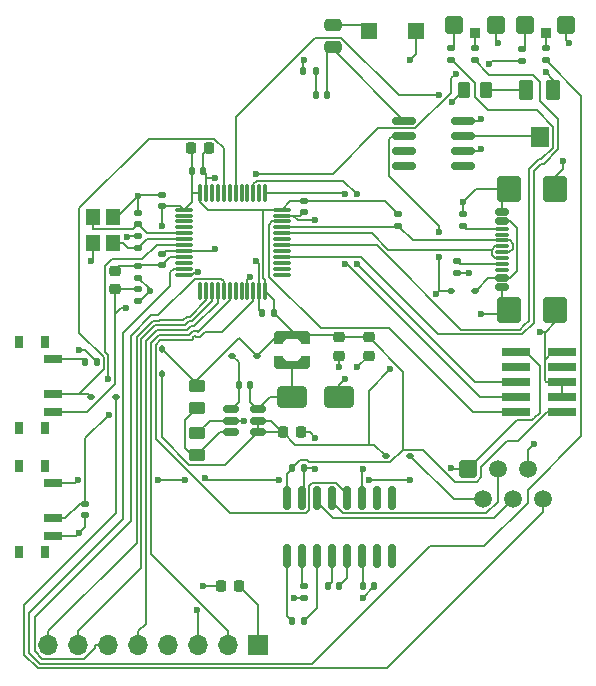
<source format=gbr>
%TF.GenerationSoftware,KiCad,Pcbnew,8.0.8*%
%TF.CreationDate,2025-04-04T12:34:17+02:00*%
%TF.ProjectId,reader_production,72656164-6572-45f7-9072-6f6475637469,rev?*%
%TF.SameCoordinates,Original*%
%TF.FileFunction,Copper,L1,Top*%
%TF.FilePolarity,Positive*%
%FSLAX46Y46*%
G04 Gerber Fmt 4.6, Leading zero omitted, Abs format (unit mm)*
G04 Created by KiCad (PCBNEW 8.0.8) date 2025-04-04 12:34:17*
%MOMM*%
%LPD*%
G01*
G04 APERTURE LIST*
G04 Aperture macros list*
%AMRoundRect*
0 Rectangle with rounded corners*
0 $1 Rounding radius*
0 $2 $3 $4 $5 $6 $7 $8 $9 X,Y pos of 4 corners*
0 Add a 4 corners polygon primitive as box body*
4,1,4,$2,$3,$4,$5,$6,$7,$8,$9,$2,$3,0*
0 Add four circle primitives for the rounded corners*
1,1,$1+$1,$2,$3*
1,1,$1+$1,$4,$5*
1,1,$1+$1,$6,$7*
1,1,$1+$1,$8,$9*
0 Add four rect primitives between the rounded corners*
20,1,$1+$1,$2,$3,$4,$5,0*
20,1,$1+$1,$4,$5,$6,$7,0*
20,1,$1+$1,$6,$7,$8,$9,0*
20,1,$1+$1,$8,$9,$2,$3,0*%
%AMFreePoly0*
4,1,11,0.760000,0.825000,0.380000,0.510000,0.380000,-0.510000,0.760000,-0.825000,0.760000,-1.525000,-0.125000,-1.525000,-0.380000,-1.270000,-0.380000,1.270000,-0.125000,1.525000,0.760000,1.525000,0.760000,0.825000,0.760000,0.825000,$1*%
G04 Aperture macros list end*
%TA.AperFunction,SMDPad,CuDef*%
%ADD10RoundRect,0.140000X-0.140000X-0.170000X0.140000X-0.170000X0.140000X0.170000X-0.140000X0.170000X0*%
%TD*%
%TA.AperFunction,SMDPad,CuDef*%
%ADD11RoundRect,0.250000X-0.500000X-0.500000X0.500000X-0.500000X0.500000X0.500000X-0.500000X0.500000X0*%
%TD*%
%TA.AperFunction,SMDPad,CuDef*%
%ADD12RoundRect,0.225000X-0.225000X-0.225000X0.225000X-0.225000X0.225000X0.225000X-0.225000X0.225000X0*%
%TD*%
%TA.AperFunction,SMDPad,CuDef*%
%ADD13RoundRect,0.225000X-0.225000X-0.250000X0.225000X-0.250000X0.225000X0.250000X-0.225000X0.250000X0*%
%TD*%
%TA.AperFunction,SMDPad,CuDef*%
%ADD14RoundRect,0.135000X0.185000X-0.135000X0.185000X0.135000X-0.185000X0.135000X-0.185000X-0.135000X0*%
%TD*%
%TA.AperFunction,SMDPad,CuDef*%
%ADD15RoundRect,0.250000X-0.450000X0.262500X-0.450000X-0.262500X0.450000X-0.262500X0.450000X0.262500X0*%
%TD*%
%TA.AperFunction,SMDPad,CuDef*%
%ADD16RoundRect,0.140000X0.170000X-0.140000X0.170000X0.140000X-0.170000X0.140000X-0.170000X-0.140000X0*%
%TD*%
%TA.AperFunction,SMDPad,CuDef*%
%ADD17RoundRect,0.112500X-0.187500X-0.112500X0.187500X-0.112500X0.187500X0.112500X-0.187500X0.112500X0*%
%TD*%
%TA.AperFunction,SMDPad,CuDef*%
%ADD18RoundRect,0.150000X0.425000X-0.150000X0.425000X0.150000X-0.425000X0.150000X-0.425000X-0.150000X0*%
%TD*%
%TA.AperFunction,SMDPad,CuDef*%
%ADD19RoundRect,0.075000X0.500000X-0.075000X0.500000X0.075000X-0.500000X0.075000X-0.500000X-0.075000X0*%
%TD*%
%TA.AperFunction,SMDPad,CuDef*%
%ADD20RoundRect,0.250000X0.750000X-0.840000X0.750000X0.840000X-0.750000X0.840000X-0.750000X-0.840000X0*%
%TD*%
%TA.AperFunction,SMDPad,CuDef*%
%ADD21RoundRect,0.250000X0.475000X-0.250000X0.475000X0.250000X-0.475000X0.250000X-0.475000X-0.250000X0*%
%TD*%
%TA.AperFunction,SMDPad,CuDef*%
%ADD22RoundRect,0.250000X-0.350000X-0.625000X0.350000X-0.625000X0.350000X0.625000X-0.350000X0.625000X0*%
%TD*%
%TA.AperFunction,SMDPad,CuDef*%
%ADD23RoundRect,0.250000X-0.550000X-0.625000X0.550000X-0.625000X0.550000X0.625000X-0.550000X0.625000X0*%
%TD*%
%TA.AperFunction,SMDPad,CuDef*%
%ADD24RoundRect,0.253000X-0.347000X-0.622000X0.347000X-0.622000X0.347000X0.622000X-0.347000X0.622000X0*%
%TD*%
%TA.AperFunction,SMDPad,CuDef*%
%ADD25RoundRect,0.250000X0.450000X-0.262500X0.450000X0.262500X-0.450000X0.262500X-0.450000X-0.262500X0*%
%TD*%
%TA.AperFunction,SMDPad,CuDef*%
%ADD26RoundRect,0.150000X0.825000X0.150000X-0.825000X0.150000X-0.825000X-0.150000X0.825000X-0.150000X0*%
%TD*%
%TA.AperFunction,SMDPad,CuDef*%
%ADD27RoundRect,0.225000X0.225000X0.250000X-0.225000X0.250000X-0.225000X-0.250000X0.225000X-0.250000X0*%
%TD*%
%TA.AperFunction,SMDPad,CuDef*%
%ADD28R,0.800000X1.000000*%
%TD*%
%TA.AperFunction,SMDPad,CuDef*%
%ADD29R,1.500000X0.700000*%
%TD*%
%TA.AperFunction,SMDPad,CuDef*%
%ADD30FreePoly0,90.000000*%
%TD*%
%TA.AperFunction,SMDPad,CuDef*%
%ADD31FreePoly0,270.000000*%
%TD*%
%TA.AperFunction,SMDPad,CuDef*%
%ADD32RoundRect,0.135000X-0.185000X0.135000X-0.185000X-0.135000X0.185000X-0.135000X0.185000X0.135000X0*%
%TD*%
%TA.AperFunction,SMDPad,CuDef*%
%ADD33R,2.400000X0.740000*%
%TD*%
%TA.AperFunction,SMDPad,CuDef*%
%ADD34RoundRect,0.140000X-0.170000X0.140000X-0.170000X-0.140000X0.170000X-0.140000X0.170000X0.140000X0*%
%TD*%
%TA.AperFunction,SMDPad,CuDef*%
%ADD35RoundRect,0.135000X0.135000X0.185000X-0.135000X0.185000X-0.135000X-0.185000X0.135000X-0.185000X0*%
%TD*%
%TA.AperFunction,ComponentPad*%
%ADD36R,1.350000X1.350000*%
%TD*%
%TA.AperFunction,SMDPad,CuDef*%
%ADD37RoundRect,0.250000X-0.262500X-0.450000X0.262500X-0.450000X0.262500X0.450000X-0.262500X0.450000X0*%
%TD*%
%TA.AperFunction,SMDPad,CuDef*%
%ADD38RoundRect,0.225000X-0.250000X0.225000X-0.250000X-0.225000X0.250000X-0.225000X0.250000X0.225000X0*%
%TD*%
%TA.AperFunction,SMDPad,CuDef*%
%ADD39RoundRect,0.140000X0.140000X0.170000X-0.140000X0.170000X-0.140000X-0.170000X0.140000X-0.170000X0*%
%TD*%
%TA.AperFunction,SMDPad,CuDef*%
%ADD40R,1.200000X1.400000*%
%TD*%
%TA.AperFunction,SMDPad,CuDef*%
%ADD41RoundRect,0.250000X-1.000000X-0.650000X1.000000X-0.650000X1.000000X0.650000X-1.000000X0.650000X0*%
%TD*%
%TA.AperFunction,ComponentPad*%
%ADD42R,1.700000X1.700000*%
%TD*%
%TA.AperFunction,ComponentPad*%
%ADD43O,1.700000X1.700000*%
%TD*%
%TA.AperFunction,SMDPad,CuDef*%
%ADD44RoundRect,0.112500X0.112500X-0.187500X0.112500X0.187500X-0.112500X0.187500X-0.112500X-0.187500X0*%
%TD*%
%TA.AperFunction,SMDPad,CuDef*%
%ADD45RoundRect,0.218750X-0.256250X0.218750X-0.256250X-0.218750X0.256250X-0.218750X0.256250X0.218750X0*%
%TD*%
%TA.AperFunction,SMDPad,CuDef*%
%ADD46RoundRect,0.150000X0.150000X-0.825000X0.150000X0.825000X-0.150000X0.825000X-0.150000X-0.825000X0*%
%TD*%
%TA.AperFunction,SMDPad,CuDef*%
%ADD47RoundRect,0.150000X-0.512500X-0.150000X0.512500X-0.150000X0.512500X0.150000X-0.512500X0.150000X0*%
%TD*%
%TA.AperFunction,SMDPad,CuDef*%
%ADD48RoundRect,0.075000X-0.662500X-0.075000X0.662500X-0.075000X0.662500X0.075000X-0.662500X0.075000X0*%
%TD*%
%TA.AperFunction,SMDPad,CuDef*%
%ADD49RoundRect,0.075000X-0.075000X-0.662500X0.075000X-0.662500X0.075000X0.662500X-0.075000X0.662500X0*%
%TD*%
%TA.AperFunction,ComponentPad*%
%ADD50RoundRect,0.250000X-0.510000X-0.510000X0.510000X-0.510000X0.510000X0.510000X-0.510000X0.510000X0*%
%TD*%
%TA.AperFunction,ComponentPad*%
%ADD51C,1.520000*%
%TD*%
%TA.AperFunction,ViaPad*%
%ADD52C,0.600000*%
%TD*%
%TA.AperFunction,Conductor*%
%ADD53C,0.200000*%
%TD*%
G04 APERTURE END LIST*
D10*
%TO.P,C19,1*%
%TO.N,+3.3V*%
X157040000Y-67000000D03*
%TO.P,C19,2*%
%TO.N,GND*%
X158000000Y-67000000D03*
%TD*%
D11*
%TO.P,D8,1,A1*%
%TO.N,Net-(D8-A1)*%
X176750000Y-29500000D03*
%TO.P,D8,2,K*%
%TO.N,GND*%
X180250000Y-29500000D03*
D12*
%TO.P,D8,3,A2*%
%TO.N,Net-(D8-A2)*%
X178500000Y-30150000D03*
%TD*%
D13*
%TO.P,C12,1*%
%TO.N,V+*%
X156225000Y-64000000D03*
%TO.P,C12,2*%
%TO.N,GND*%
X157775000Y-64000000D03*
%TD*%
D14*
%TO.P,R7,1*%
%TO.N,LED_G2*%
X178500000Y-32510000D03*
%TO.P,R7,2*%
%TO.N,Net-(D8-A2)*%
X178500000Y-31490000D03*
%TD*%
D15*
%TO.P,R8,1*%
%TO.N,+3.3V*%
X149000000Y-60087500D03*
%TO.P,R8,2*%
%TO.N,Net-(U3-Vfb)*%
X149000000Y-61912500D03*
%TD*%
D16*
%TO.P,C7,1*%
%TO.N,+3.3V*%
X146000000Y-44850000D03*
%TO.P,C7,2*%
%TO.N,GND*%
X146000000Y-43890000D03*
%TD*%
D17*
%TO.P,D5,1,K*%
%TO.N,V+*%
X164950000Y-66000000D03*
%TO.P,D5,2,A*%
%TO.N,Net-(D5-A)*%
X167050000Y-66000000D03*
%TD*%
D18*
%TO.P,J4,A1,GND*%
%TO.N,GND*%
X174820000Y-51700000D03*
%TO.P,J4,A4,VBUS*%
%TO.N,Net-(D4-A)*%
X174820000Y-50900000D03*
D19*
%TO.P,J4,A5,CC1*%
%TO.N,Net-(J4-CC1)*%
X174820000Y-49750000D03*
%TO.P,J4,A6,D+*%
%TO.N,USB_D+*%
X174820000Y-48750000D03*
%TO.P,J4,A7,D-*%
%TO.N,USB_D-*%
X174820000Y-48250000D03*
%TO.P,J4,A8*%
%TO.N,N/C*%
X174820000Y-47250000D03*
D18*
%TO.P,J4,A9,VBUS*%
%TO.N,Net-(D4-A)*%
X174820000Y-46100000D03*
%TO.P,J4,A12,GND*%
%TO.N,GND*%
X174820000Y-45300000D03*
%TO.P,J4,B1,GND*%
X174820000Y-45300000D03*
%TO.P,J4,B4,VBUS*%
%TO.N,Net-(D4-A)*%
X174820000Y-46100000D03*
D19*
%TO.P,J4,B5,CC2*%
%TO.N,Net-(J4-CC2)*%
X174820000Y-46750000D03*
%TO.P,J4,B6,D+*%
%TO.N,USB_D+*%
X174820000Y-47750000D03*
%TO.P,J4,B7,D-*%
%TO.N,USB_D-*%
X174820000Y-49250000D03*
%TO.P,J4,B8*%
%TO.N,N/C*%
X174820000Y-50250000D03*
D18*
%TO.P,J4,B9,VBUS*%
%TO.N,Net-(D4-A)*%
X174820000Y-50900000D03*
%TO.P,J4,B12,GND*%
%TO.N,GND*%
X174820000Y-51700000D03*
D20*
%TO.P,J4,S1,SHIELD*%
X175395000Y-53610000D03*
X179325000Y-53610000D03*
X175395000Y-43390000D03*
X179325000Y-43390000D03*
%TD*%
D21*
%TO.P,C9,1*%
%TO.N,Net-(C8-Pad1)*%
X160500000Y-31380000D03*
%TO.P,C9,2*%
%TO.N,Net-(J1-Pin_1)*%
X160500000Y-29480000D03*
%TD*%
D22*
%TO.P,R2,1,1*%
%TO.N,Net-(R1-Pad2)*%
X176850000Y-34975000D03*
D23*
%TO.P,R2,2,2*%
%TO.N,Net-(U1-+)*%
X178000000Y-39025000D03*
D24*
%TO.P,R2,3,3*%
%TO.N,GND*%
X179150000Y-34975000D03*
%TD*%
D17*
%TO.P,D4,1,K*%
%TO.N,V+*%
X170450000Y-52000000D03*
%TO.P,D4,2,A*%
%TO.N,Net-(D4-A)*%
X172550000Y-52000000D03*
%TD*%
D25*
%TO.P,R9,1*%
%TO.N,Net-(U3-Vfb)*%
X149000000Y-65912500D03*
%TO.P,R9,2*%
%TO.N,GND*%
X149000000Y-64087500D03*
%TD*%
D26*
%TO.P,U1,1,GAIN*%
%TO.N,unconnected-(U1-GAIN-Pad1)*%
X171475000Y-41405000D03*
%TO.P,U1,2,-*%
%TO.N,GND*%
X171475000Y-40135000D03*
%TO.P,U1,3,+*%
%TO.N,Net-(U1-+)*%
X171475000Y-38865000D03*
%TO.P,U1,4,GND*%
%TO.N,GND*%
X171475000Y-37595000D03*
%TO.P,U1,5*%
%TO.N,Net-(C8-Pad1)*%
X166525000Y-37595000D03*
%TO.P,U1,6,V+*%
%TO.N,V+*%
X166525000Y-38865000D03*
%TO.P,U1,7,BYPASS*%
%TO.N,unconnected-(U1-BYPASS-Pad7)*%
X166525000Y-40135000D03*
%TO.P,U1,8,GAIN*%
%TO.N,unconnected-(U1-GAIN-Pad8)*%
X166525000Y-41405000D03*
%TD*%
D27*
%TO.P,C23,1*%
%TO.N,Net-(J5-Pin_1)*%
X152550000Y-77000000D03*
%TO.P,C23,2*%
%TO.N,GND*%
X151000000Y-77000000D03*
%TD*%
D28*
%TO.P,Boot,*%
%TO.N,*%
X136110000Y-56350000D03*
X133900000Y-56350000D03*
X136110000Y-63650000D03*
X133900000Y-63650000D03*
D29*
%TO.P,Boot,1,A*%
%TO.N,Net-(SW2-A)*%
X136760000Y-57750000D03*
%TO.P,Boot,2,B*%
%TO.N,BOOT*%
X136760000Y-60750000D03*
%TO.P,Boot,3,C*%
%TO.N,+3.3V*%
X136760000Y-62250000D03*
%TD*%
D10*
%TO.P,C20,1*%
%TO.N,Net-(U4-C2+)*%
X160040000Y-77000000D03*
%TO.P,C20,2*%
%TO.N,Net-(U4-C2-)*%
X161000000Y-77000000D03*
%TD*%
D30*
%TO.P,L1,1,1*%
%TO.N,Net-(D2-K)*%
X157000000Y-58270000D03*
D31*
%TO.P,L1,2,2*%
%TO.N,+3.3V*%
X157000000Y-55730000D03*
%TD*%
D32*
%TO.P,R11,1*%
%TO.N,+3.3V*%
X166000000Y-45490000D03*
%TO.P,R11,2*%
%TO.N,USB_D+*%
X166000000Y-46510000D03*
%TD*%
D14*
%TO.P,R12,1*%
%TO.N,GND*%
X171000000Y-50510000D03*
%TO.P,R12,2*%
%TO.N,Net-(J4-CC1)*%
X171000000Y-49490000D03*
%TD*%
D33*
%TO.P,SWD,1,Pin_1*%
%TO.N,+3.3V*%
X179900000Y-62270000D03*
%TO.P,SWD,2,Pin_2*%
%TO.N,SWDIO*%
X176000000Y-62270000D03*
%TO.P,SWD,3,Pin_3*%
%TO.N,GND*%
X179900000Y-61000000D03*
%TO.P,SWD,4,Pin_4*%
%TO.N,SWCLK*%
X176000000Y-61000000D03*
%TO.P,SWD,5,Pin_5*%
%TO.N,GND*%
X179900000Y-59730000D03*
%TO.P,SWD,6,Pin_6*%
%TO.N,TRACESWO*%
X176000000Y-59730000D03*
%TO.P,SWD,7,Pin_7*%
%TO.N,unconnected-(J3-Pin_7-Pad7)*%
X179900000Y-58460000D03*
%TO.P,SWD,8,Pin_8*%
%TO.N,unconnected-(J3-Pin_8-Pad8)*%
X176000000Y-58460000D03*
%TO.P,SWD,9,Pin_9*%
%TO.N,GND*%
X179900000Y-57190000D03*
%TO.P,SWD,10,Pin_10*%
%TO.N,RST*%
X176000000Y-57190000D03*
%TD*%
D34*
%TO.P,C13,1*%
%TO.N,+3.3V*%
X144000000Y-51890000D03*
%TO.P,C13,2*%
%TO.N,GND*%
X144000000Y-52850000D03*
%TD*%
D35*
%TO.P,R10,1*%
%TO.N,GND*%
X140510000Y-58000000D03*
%TO.P,R10,2*%
%TO.N,Net-(SW2-A)*%
X139490000Y-58000000D03*
%TD*%
D36*
%TO.P,J2,1,Pin_1*%
%TO.N,GND*%
X167500000Y-30000000D03*
%TD*%
D16*
%TO.P,C10,1*%
%TO.N,+3.3VA*%
X146000000Y-49850000D03*
%TO.P,C10,2*%
%TO.N,GND*%
X146000000Y-48890000D03*
%TD*%
D14*
%TO.P,R5,1*%
%TO.N,LED_G1*%
X172500000Y-32500000D03*
%TO.P,R5,2*%
%TO.N,Net-(D7-A2)*%
X172500000Y-31480000D03*
%TD*%
D34*
%TO.P,C16,1*%
%TO.N,NRST*%
X139500000Y-70020000D03*
%TO.P,C16,2*%
%TO.N,GND*%
X139500000Y-70980000D03*
%TD*%
D37*
%TO.P,R1,1*%
%TO.N,AUDIO_OUT*%
X171587500Y-35000000D03*
%TO.P,R1,2*%
%TO.N,Net-(R1-Pad2)*%
X173412500Y-35000000D03*
%TD*%
D16*
%TO.P,C4,1*%
%TO.N,/HSE_OUT*%
X144000000Y-48370000D03*
%TO.P,C4,2*%
%TO.N,GND*%
X144000000Y-47410000D03*
%TD*%
D13*
%TO.P,C2,1*%
%TO.N,+3.3V*%
X148450000Y-39890000D03*
%TO.P,C2,2*%
%TO.N,GND*%
X150000000Y-39890000D03*
%TD*%
D38*
%TO.P,C15,1*%
%TO.N,+3.3V*%
X163510000Y-55950000D03*
%TO.P,C15,2*%
%TO.N,GND*%
X163510000Y-57500000D03*
%TD*%
D17*
%TO.P,D6,1,K*%
%TO.N,BOOT*%
X140000000Y-61000000D03*
%TO.P,D6,2,A*%
%TO.N,Net-(D6-A)*%
X142100000Y-61000000D03*
%TD*%
D10*
%TO.P,C6,1*%
%TO.N,+3.3V*%
X148520000Y-41890000D03*
%TO.P,C6,2*%
%TO.N,GND*%
X149480000Y-41890000D03*
%TD*%
D16*
%TO.P,C1,1*%
%TO.N,/HSE_IN*%
X144000000Y-46370000D03*
%TO.P,C1,2*%
%TO.N,GND*%
X144000000Y-45410000D03*
%TD*%
D14*
%TO.P,R6,1*%
%TO.N,LED_R2*%
X176500000Y-32520000D03*
%TO.P,R6,2*%
%TO.N,Net-(D8-A1)*%
X176500000Y-31500000D03*
%TD*%
D36*
%TO.P,J1,1,Pin_1*%
%TO.N,Net-(J1-Pin_1)*%
X163500000Y-30000000D03*
%TD*%
D39*
%TO.P,C3,1*%
%TO.N,+3.3V*%
X155480000Y-53890000D03*
%TO.P,C3,2*%
%TO.N,GND*%
X154520000Y-53890000D03*
%TD*%
D40*
%TO.P,Y1,1,1*%
%TO.N,/HSE_IN*%
X140150000Y-45790000D03*
%TO.P,Y1,2,2*%
%TO.N,GND*%
X140150000Y-47990000D03*
%TO.P,Y1,3,3*%
%TO.N,/HSE_OUT*%
X141850000Y-47990000D03*
%TO.P,Y1,4,4*%
%TO.N,GND*%
X141850000Y-45790000D03*
%TD*%
D10*
%TO.P,C18,1*%
%TO.N,Net-(U4-C1+)*%
X157040000Y-80000000D03*
%TO.P,C18,2*%
%TO.N,Net-(U4-C1-)*%
X158000000Y-80000000D03*
%TD*%
D32*
%TO.P,R13,1*%
%TO.N,GND*%
X171500000Y-45480000D03*
%TO.P,R13,2*%
%TO.N,Net-(J4-CC2)*%
X171500000Y-46500000D03*
%TD*%
D34*
%TO.P,C5,1*%
%TO.N,+3.3V*%
X158000000Y-44410000D03*
%TO.P,C5,2*%
%TO.N,GND*%
X158000000Y-45370000D03*
%TD*%
D17*
%TO.P,D3,1,K*%
%TO.N,Net-(D3-K)*%
X151950000Y-57500000D03*
%TO.P,D3,2,A*%
%TO.N,+3.3V*%
X154050000Y-57500000D03*
%TD*%
D34*
%TO.P,C11,1*%
%TO.N,+3.3VA*%
X144000000Y-49930000D03*
%TO.P,C11,2*%
%TO.N,GND*%
X144000000Y-50890000D03*
%TD*%
D41*
%TO.P,D2,1,K*%
%TO.N,Net-(D2-K)*%
X157000000Y-61000000D03*
%TO.P,D2,2,A*%
%TO.N,GND*%
X161000000Y-61000000D03*
%TD*%
D28*
%TO.P,Reset,*%
%TO.N,*%
X136110000Y-66850000D03*
X133900000Y-66850000D03*
X136110000Y-74150000D03*
X133900000Y-74150000D03*
D29*
%TO.P,Reset,1,A*%
%TO.N,RST*%
X136760000Y-68250000D03*
%TO.P,Reset,2,B*%
%TO.N,NRST*%
X136760000Y-71250000D03*
%TO.P,Reset,3,C*%
%TO.N,GND*%
X136760000Y-72750000D03*
%TD*%
D38*
%TO.P,C17,1*%
%TO.N,+3.3V*%
X161000000Y-55950000D03*
%TO.P,C17,2*%
%TO.N,GND*%
X161000000Y-57500000D03*
%TD*%
D10*
%TO.P,C14,1*%
%TO.N,Net-(D3-K)*%
X152520000Y-60000000D03*
%TO.P,C14,2*%
%TO.N,Net-(D2-K)*%
X153480000Y-60000000D03*
%TD*%
D42*
%TO.P,RC522,1,Pin_1*%
%TO.N,Net-(J5-Pin_1)*%
X154160000Y-82000000D03*
D43*
%TO.P,RC522,2,Pin_2*%
%TO.N,RFID_RST*%
X151620000Y-82000000D03*
%TO.P,RC522,3,Pin_3*%
%TO.N,GND*%
X149080000Y-82000000D03*
%TO.P,RC522,4,Pin_4*%
%TO.N,unconnected-(J5-Pin_4-Pad4)*%
X146540000Y-82000000D03*
%TO.P,RC522,5,Pin_5*%
%TO.N,SP1_MISO*%
X144000000Y-82000000D03*
%TO.P,RC522,6,Pin_6*%
%TO.N,SP1_MOSI*%
X141460000Y-82000000D03*
%TO.P,RC522,7,Pin_7*%
%TO.N,SP1_SCK*%
X138920000Y-82000000D03*
%TO.P,RC522,8,Pin_8*%
%TO.N,RFID_SDA*%
X136380000Y-82000000D03*
%TD*%
D44*
%TO.P,D1,1,K*%
%TO.N,V+*%
X146000000Y-59050000D03*
%TO.P,D1,2,A*%
%TO.N,+3.3V*%
X146000000Y-56950000D03*
%TD*%
D10*
%TO.P,C22,1*%
%TO.N,Net-(U4-VS-)*%
X163040000Y-77000000D03*
%TO.P,C22,2*%
%TO.N,GND*%
X164000000Y-77000000D03*
%TD*%
D45*
%TO.P,FB1,1*%
%TO.N,+3.3VA*%
X142000000Y-50315000D03*
%TO.P,FB1,2*%
%TO.N,+3.3V*%
X142000000Y-51890000D03*
%TD*%
D35*
%TO.P,R3,1*%
%TO.N,Net-(C8-Pad2)*%
X159010000Y-33430000D03*
%TO.P,R3,2*%
%TO.N,GND*%
X157990000Y-33430000D03*
%TD*%
D46*
%TO.P,U4,1,C1+*%
%TO.N,Net-(U4-C1+)*%
X156555000Y-74475000D03*
%TO.P,U4,2,VS+*%
%TO.N,Net-(U4-VS+)*%
X157825000Y-74475000D03*
%TO.P,U4,3,C1-*%
%TO.N,Net-(U4-C1-)*%
X159095000Y-74475000D03*
%TO.P,U4,4,C2+*%
%TO.N,Net-(U4-C2+)*%
X160365000Y-74475000D03*
%TO.P,U4,5,C2-*%
%TO.N,Net-(U4-C2-)*%
X161635000Y-74475000D03*
%TO.P,U4,6,VS-*%
%TO.N,Net-(U4-VS-)*%
X162905000Y-74475000D03*
%TO.P,U4,7,T2OUT*%
%TO.N,unconnected-(U4-T2OUT-Pad7)*%
X164175000Y-74475000D03*
%TO.P,U4,8,R2IN*%
%TO.N,unconnected-(U4-R2IN-Pad8)*%
X165445000Y-74475000D03*
%TO.P,U4,9,R2OUT*%
%TO.N,unconnected-(U4-R2OUT-Pad9)*%
X165445000Y-69525000D03*
%TO.P,U4,10,T2IN*%
%TO.N,unconnected-(U4-T2IN-Pad10)*%
X164175000Y-69525000D03*
%TO.P,U4,11,T1IN*%
%TO.N,USART3_TX*%
X162905000Y-69525000D03*
%TO.P,U4,12,R1OUT*%
%TO.N,USART3_RX*%
X161635000Y-69525000D03*
%TO.P,U4,13,R1IN*%
%TO.N,Net-(U4-R1IN)*%
X160365000Y-69525000D03*
%TO.P,U4,14,T1OUT*%
%TO.N,Net-(U4-T1OUT)*%
X159095000Y-69525000D03*
%TO.P,U4,15,GND*%
%TO.N,GND*%
X157825000Y-69525000D03*
%TO.P,U4,16,VCC*%
%TO.N,+3.3V*%
X156555000Y-69525000D03*
%TD*%
D47*
%TO.P,U3,1,BOOST*%
%TO.N,Net-(D3-K)*%
X151862500Y-62050000D03*
%TO.P,U3,2,GND*%
%TO.N,GND*%
X151862500Y-63000000D03*
%TO.P,U3,3,Vfb*%
%TO.N,Net-(U3-Vfb)*%
X151862500Y-63950000D03*
%TO.P,U3,4,EN*%
%TO.N,V+*%
X154137500Y-63950000D03*
%TO.P,U3,5,V_{IN}*%
X154137500Y-63000000D03*
%TO.P,U3,6,SW*%
%TO.N,Net-(D2-K)*%
X154137500Y-62050000D03*
%TD*%
D48*
%TO.P,U2,1,VBAT*%
%TO.N,+3.3V*%
X147837500Y-45140000D03*
%TO.P,U2,2,PC13*%
%TO.N,unconnected-(U2-PC13-Pad2)*%
X147837500Y-45640000D03*
%TO.P,U2,3,PC14*%
%TO.N,unconnected-(U2-PC14-Pad3)*%
X147837500Y-46140000D03*
%TO.P,U2,4,PC15*%
%TO.N,unconnected-(U2-PC15-Pad4)*%
X147837500Y-46640000D03*
%TO.P,U2,5,PD0*%
%TO.N,/HSE_IN*%
X147837500Y-47140000D03*
%TO.P,U2,6,PD1*%
%TO.N,/HSE_OUT*%
X147837500Y-47640000D03*
%TO.P,U2,7,NRST*%
%TO.N,NRST*%
X147837500Y-48140000D03*
%TO.P,U2,8,VSSA*%
%TO.N,GND*%
X147837500Y-48640000D03*
%TO.P,U2,9,VDDA*%
%TO.N,+3.3VA*%
X147837500Y-49140000D03*
%TO.P,U2,10,PA0*%
%TO.N,unconnected-(U2-PA0-Pad10)*%
X147837500Y-49640000D03*
%TO.P,U2,11,PA1*%
%TO.N,LED_G2*%
X147837500Y-50140000D03*
%TO.P,U2,12,PA2*%
%TO.N,LED_R2*%
X147837500Y-50640000D03*
D49*
%TO.P,U2,13,PA3*%
%TO.N,unconnected-(U2-PA3-Pad13)*%
X149250000Y-52052500D03*
%TO.P,U2,14,PA4*%
%TO.N,RFID_SDA*%
X149750000Y-52052500D03*
%TO.P,U2,15,PA5*%
%TO.N,SP1_SCK*%
X150250000Y-52052500D03*
%TO.P,U2,16,PA6*%
%TO.N,SP1_MISO*%
X150750000Y-52052500D03*
%TO.P,U2,17,PA7*%
%TO.N,SP1_MOSI*%
X151250000Y-52052500D03*
%TO.P,U2,18,PB0*%
%TO.N,RFID_RST*%
X151750000Y-52052500D03*
%TO.P,U2,19,PB1*%
%TO.N,unconnected-(U2-PB1-Pad19)*%
X152250000Y-52052500D03*
%TO.P,U2,20,PB2*%
%TO.N,unconnected-(U2-PB2-Pad20)*%
X152750000Y-52052500D03*
%TO.P,U2,21,PB10*%
%TO.N,USART3_TX*%
X153250000Y-52052500D03*
%TO.P,U2,22,PB11*%
%TO.N,USART3_RX*%
X153750000Y-52052500D03*
%TO.P,U2,23,VSS*%
%TO.N,GND*%
X154250000Y-52052500D03*
%TO.P,U2,24,VDD*%
%TO.N,+3.3V*%
X154750000Y-52052500D03*
D48*
%TO.P,U2,25,PB12*%
%TO.N,unconnected-(U2-PB12-Pad25)*%
X156162500Y-50640000D03*
%TO.P,U2,26,PB13*%
%TO.N,unconnected-(U2-PB13-Pad26)*%
X156162500Y-50140000D03*
%TO.P,U2,27,PB14*%
%TO.N,unconnected-(U2-PB14-Pad27)*%
X156162500Y-49640000D03*
%TO.P,U2,28,PB15*%
%TO.N,LED_G1*%
X156162500Y-49140000D03*
%TO.P,U2,29,PA8*%
%TO.N,unconnected-(U2-PA8-Pad29)*%
X156162500Y-48640000D03*
%TO.P,U2,30,PA9*%
%TO.N,LED_R1*%
X156162500Y-48140000D03*
%TO.P,U2,31,PA10*%
%TO.N,unconnected-(U2-PA10-Pad31)*%
X156162500Y-47640000D03*
%TO.P,U2,32,PA11*%
%TO.N,USB_D-*%
X156162500Y-47140000D03*
%TO.P,U2,33,PA12*%
%TO.N,USB_D+*%
X156162500Y-46640000D03*
%TO.P,U2,34,PA13*%
%TO.N,SWDIO*%
X156162500Y-46140000D03*
%TO.P,U2,35,VSS*%
%TO.N,GND*%
X156162500Y-45640000D03*
%TO.P,U2,36,VDD*%
%TO.N,+3.3V*%
X156162500Y-45140000D03*
D49*
%TO.P,U2,37,PA14*%
%TO.N,SWCLK*%
X154750000Y-43727500D03*
%TO.P,U2,38,PA15*%
%TO.N,unconnected-(U2-PA15-Pad38)*%
X154250000Y-43727500D03*
%TO.P,U2,39,PB3*%
%TO.N,TRACESWO*%
X153750000Y-43727500D03*
%TO.P,U2,40,PB4*%
%TO.N,unconnected-(U2-PB4-Pad40)*%
X153250000Y-43727500D03*
%TO.P,U2,41,PB5*%
%TO.N,unconnected-(U2-PB5-Pad41)*%
X152750000Y-43727500D03*
%TO.P,U2,42,PB6*%
%TO.N,AUDIO_OUT*%
X152250000Y-43727500D03*
%TO.P,U2,43,PB7*%
%TO.N,unconnected-(U2-PB7-Pad43)*%
X151750000Y-43727500D03*
%TO.P,U2,44,BOOT0*%
%TO.N,BOOT*%
X151250000Y-43727500D03*
%TO.P,U2,45,PB8*%
%TO.N,unconnected-(U2-PB8-Pad45)*%
X150750000Y-43727500D03*
%TO.P,U2,46,PB9*%
%TO.N,unconnected-(U2-PB9-Pad46)*%
X150250000Y-43727500D03*
%TO.P,U2,47,VSS*%
%TO.N,GND*%
X149750000Y-43727500D03*
%TO.P,U2,48,VDD*%
%TO.N,+3.3V*%
X149250000Y-43727500D03*
%TD*%
D34*
%TO.P,C21,1*%
%TO.N,Net-(U4-VS+)*%
X158000000Y-77040000D03*
%TO.P,C21,2*%
%TO.N,GND*%
X158000000Y-78000000D03*
%TD*%
D14*
%TO.P,R4,1*%
%TO.N,LED_R1*%
X170500000Y-32510000D03*
%TO.P,R4,2*%
%TO.N,Net-(D7-A1)*%
X170500000Y-31490000D03*
%TD*%
D39*
%TO.P,C8,1*%
%TO.N,Net-(C8-Pad1)*%
X159980000Y-35430000D03*
%TO.P,C8,2*%
%TO.N,Net-(C8-Pad2)*%
X159020000Y-35430000D03*
%TD*%
D11*
%TO.P,D7,1,A1*%
%TO.N,Net-(D7-A1)*%
X170750000Y-29500000D03*
%TO.P,D7,2,K*%
%TO.N,GND*%
X174250000Y-29500000D03*
D12*
%TO.P,D7,3,A2*%
%TO.N,Net-(D7-A2)*%
X172500000Y-30150000D03*
%TD*%
D50*
%TO.P,RJ12,1*%
%TO.N,RST*%
X171900000Y-67110000D03*
D51*
%TO.P,RJ12,2*%
%TO.N,Net-(D5-A)*%
X173170000Y-69650000D03*
%TO.P,RJ12,3*%
%TO.N,Net-(U4-R1IN)*%
X174440000Y-67110000D03*
%TO.P,RJ12,4*%
%TO.N,Net-(U4-T1OUT)*%
X175710000Y-69650000D03*
%TO.P,RJ12,5*%
%TO.N,GND*%
X176980000Y-67110000D03*
%TO.P,RJ12,6*%
%TO.N,Net-(D6-A)*%
X178250000Y-69650000D03*
%TD*%
D52*
%TO.N,GND*%
X180000000Y-41000000D03*
X159000000Y-67127100D03*
X178000000Y-55500000D03*
X139000000Y-72500000D03*
X149500000Y-77000000D03*
X140000000Y-49500000D03*
X172000000Y-50500000D03*
X161000000Y-58500000D03*
X158000000Y-32430000D03*
X173000000Y-37500000D03*
X174500000Y-31000000D03*
X143023000Y-47454800D03*
X159000000Y-64446800D03*
X153997000Y-49500000D03*
X173000000Y-40000000D03*
X163000000Y-78000000D03*
X148962000Y-79038400D03*
X161500000Y-59500000D03*
X145000000Y-52000000D03*
X180500000Y-31000000D03*
X177500000Y-65000000D03*
X159000000Y-46040000D03*
X173000000Y-54000000D03*
X157155000Y-78000000D03*
X150500000Y-42500000D03*
X139000000Y-57000000D03*
X152975000Y-63000000D03*
X178500000Y-33500000D03*
X167000000Y-32500000D03*
X150500000Y-48500000D03*
X162500000Y-58500000D03*
X144000000Y-44000000D03*
X171500000Y-44480000D03*
%TO.N,+3.3V*%
X146000000Y-46500000D03*
X143000000Y-53500000D03*
%TO.N,V+*%
X169500000Y-49141000D03*
X169500000Y-47000000D03*
X169206000Y-52294000D03*
X165356000Y-58644300D03*
%TO.N,NRST*%
X141500000Y-62500000D03*
X141400000Y-59500000D03*
%TO.N,SWCLK*%
X161500000Y-49740000D03*
X161500000Y-43810000D03*
%TO.N,RST*%
X145666000Y-68000000D03*
X149639043Y-67860955D03*
X155955000Y-68000000D03*
X163505000Y-68000000D03*
X167000000Y-68000000D03*
X170502458Y-66997541D03*
X138900000Y-68000000D03*
X148000000Y-68000000D03*
%TO.N,TRACESWO*%
X162500000Y-43810000D03*
X162500000Y-49740000D03*
%TO.N,AUDIO_OUT*%
X170542041Y-36042041D03*
X169443511Y-35443511D03*
%TO.N,LED_R2*%
X173674000Y-32825700D03*
X153964000Y-42092400D03*
X149050000Y-50386400D03*
X170872000Y-33627600D03*
%TO.N,USART3_TX*%
X153457000Y-50856400D03*
X163000000Y-67127100D03*
%TD*%
D53*
%TO.N,/HSE_IN*%
X147838000Y-47140000D02*
X147837500Y-47140000D01*
X143578000Y-46791700D02*
X144000000Y-46370000D01*
X140150000Y-45790000D02*
X140150000Y-46791700D01*
X147837500Y-47140000D02*
X144770000Y-47140000D01*
X140150000Y-46791700D02*
X143578000Y-46791700D01*
X144770000Y-47140000D02*
X144000000Y-46370000D01*
%TO.N,GND*%
X179150000Y-34975000D02*
X179150000Y-34150000D01*
X141850000Y-45790000D02*
X142210000Y-45790000D01*
X157990000Y-33430000D02*
X157990000Y-32440000D01*
X154197000Y-49700000D02*
X153997000Y-49500000D01*
X163500000Y-57500000D02*
X162500000Y-58500000D01*
X157730000Y-45640000D02*
X158000000Y-45370000D01*
X150088000Y-63000000D02*
X151862500Y-63000000D01*
X158000000Y-69350000D02*
X157825000Y-69525000D01*
X180250000Y-29500000D02*
X180250000Y-30750000D01*
X154250000Y-53620000D02*
X154250000Y-52052500D01*
X174820000Y-45300000D02*
X174820000Y-43965000D01*
X143068000Y-47410000D02*
X143023000Y-47454800D01*
X175395000Y-43390000D02*
X175012000Y-43773500D01*
X139500000Y-70980000D02*
X139500000Y-72000000D01*
X178400000Y-57860000D02*
X178400000Y-55600000D01*
X142210000Y-45790000D02*
X144000000Y-44000000D01*
X158872900Y-67000000D02*
X159000000Y-67127100D01*
X158000000Y-67000000D02*
X158000000Y-69350000D01*
X144000000Y-52850000D02*
X144150000Y-52850000D01*
X150360000Y-48640000D02*
X150500000Y-48500000D01*
X174820000Y-51700000D02*
X174820000Y-53035000D01*
X178400000Y-59565000D02*
X178565000Y-59730000D01*
X146250000Y-48640000D02*
X147837500Y-48640000D01*
X175395000Y-43390000D02*
X172590000Y-43390000D01*
X175012000Y-43773500D02*
X175535000Y-44297000D01*
X161000000Y-57500000D02*
X161000000Y-58500000D01*
X172590000Y-43390000D02*
X171500000Y-44480000D01*
X154197000Y-50466400D02*
X154197000Y-49700000D01*
X164000000Y-77000000D02*
X163000000Y-78000000D01*
X149750000Y-42160000D02*
X149750000Y-42500000D01*
X176980000Y-65520000D02*
X177500000Y-65000000D01*
X154197000Y-51125200D02*
X154197000Y-50466400D01*
X179900000Y-59730000D02*
X179900000Y-61000000D01*
X138750000Y-72750000D02*
X139000000Y-72500000D01*
X179150000Y-34150000D02*
X178500000Y-33500000D01*
X140510000Y-58000000D02*
X139510000Y-57000000D01*
X171990000Y-50510000D02*
X172000000Y-50500000D01*
X154520000Y-53890000D02*
X154250000Y-53620000D01*
X163510000Y-57500000D02*
X163500000Y-57500000D01*
X146000000Y-48890000D02*
X146250000Y-48640000D01*
X167500000Y-32000000D02*
X167000000Y-32500000D01*
X151862500Y-63000000D02*
X152975000Y-63000000D01*
X161000000Y-60000000D02*
X161500000Y-59500000D01*
X149080000Y-82000000D02*
X149080000Y-79156800D01*
X157775000Y-64000000D02*
X158553200Y-64000000D01*
X174895000Y-43657000D02*
X175012000Y-43773500D01*
X180250000Y-30750000D02*
X180500000Y-31000000D01*
X144150000Y-52850000D02*
X145000000Y-52000000D01*
X179325000Y-42390000D02*
X180000000Y-41715000D01*
X174250000Y-30750000D02*
X174500000Y-31000000D01*
X146000000Y-43890000D02*
X144110000Y-43890000D01*
X175395000Y-53610000D02*
X174890000Y-53610000D01*
X139500000Y-72000000D02*
X139000000Y-72500000D01*
X140150000Y-47990000D02*
X140150000Y-49350000D01*
X157500000Y-46040000D02*
X159000000Y-46040000D01*
X157100000Y-45640000D02*
X156162500Y-45640000D01*
X149750000Y-42500000D02*
X150500000Y-42500000D01*
X158000000Y-67000000D02*
X158872900Y-67000000D01*
X179070000Y-57190000D02*
X178400000Y-57860000D01*
X176980000Y-67110000D02*
X176980000Y-65520000D01*
X144000000Y-47410000D02*
X143068000Y-47410000D01*
X171000000Y-50510000D02*
X171990000Y-50510000D01*
X154250000Y-52052500D02*
X154250000Y-51178100D01*
X171500000Y-45480000D02*
X171500000Y-44480000D01*
X158000000Y-78000000D02*
X157155000Y-78000000D01*
X178400000Y-57860000D02*
X178400000Y-59565000D01*
X147837500Y-48640000D02*
X150360000Y-48640000D01*
X149000000Y-64087500D02*
X150088000Y-63000000D01*
X161000000Y-61000000D02*
X161000000Y-60000000D01*
X174250000Y-29500000D02*
X174250000Y-30750000D01*
X158553200Y-64000000D02*
X159000000Y-64446800D01*
X179900000Y-57190000D02*
X179070000Y-57190000D01*
X178500000Y-55500000D02*
X178000000Y-55500000D01*
X140150000Y-49350000D02*
X140000000Y-49500000D01*
X174500000Y-54000000D02*
X173000000Y-54000000D01*
X179325000Y-53610000D02*
X179325000Y-54675000D01*
X149480000Y-40410000D02*
X149480000Y-41890000D01*
X167500000Y-30000000D02*
X167500000Y-32000000D01*
X144000000Y-45410000D02*
X144000000Y-44000000D01*
X174895000Y-42890000D02*
X174895000Y-43657000D01*
X171475000Y-37595000D02*
X172905000Y-37595000D01*
X145000000Y-51890000D02*
X145000000Y-52000000D01*
X149750000Y-42500000D02*
X149750000Y-43727500D01*
X144000000Y-50890000D02*
X145000000Y-51890000D01*
X174820000Y-53035000D02*
X175395000Y-53610000D01*
X179325000Y-54675000D02*
X178500000Y-55500000D01*
X139510000Y-57000000D02*
X139000000Y-57000000D01*
X144110000Y-43890000D02*
X144000000Y-44000000D01*
X172865000Y-40135000D02*
X173000000Y-40000000D01*
X180000000Y-41715000D02*
X180000000Y-41000000D01*
X151000000Y-77000000D02*
X149500000Y-77000000D01*
X157990000Y-32440000D02*
X158000000Y-32430000D01*
X172905000Y-37595000D02*
X173000000Y-37500000D01*
X149480000Y-41890000D02*
X149750000Y-42160000D01*
X178500000Y-55500000D02*
X178400000Y-55600000D01*
X150000000Y-39890000D02*
X149480000Y-40410000D01*
X136760000Y-72750000D02*
X138750000Y-72750000D01*
X157100000Y-45640000D02*
X157500000Y-46040000D01*
X178565000Y-59730000D02*
X179900000Y-59730000D01*
X156162500Y-45640000D02*
X157730000Y-45640000D01*
X179325000Y-43390000D02*
X179325000Y-42390000D01*
X174820000Y-43965000D02*
X175012000Y-43773500D01*
X149080000Y-79156800D02*
X148962000Y-79038400D01*
X174890000Y-53610000D02*
X174500000Y-54000000D01*
X154250000Y-51178100D02*
X154197000Y-51125200D01*
X171475000Y-40135000D02*
X172865000Y-40135000D01*
%TO.N,+3.3V*%
X168129000Y-65472900D02*
X170836000Y-68179500D01*
X154750000Y-51112400D02*
X154597000Y-50959500D01*
X147838000Y-45139700D02*
X147838000Y-45140000D01*
X157000000Y-55730000D02*
X157320000Y-55730000D01*
X156555000Y-67485000D02*
X156555000Y-69525000D01*
X147838000Y-45139500D02*
X147838000Y-45139700D01*
X154597000Y-50959500D02*
X154597000Y-45140000D01*
X147548000Y-44850000D02*
X147838000Y-45139500D01*
X142000000Y-54000000D02*
X142000000Y-51890000D01*
X157676000Y-66364200D02*
X157040000Y-67000000D01*
X164920000Y-44410000D02*
X166000000Y-45490000D01*
X160780000Y-55730000D02*
X161000000Y-55950000D01*
X156162000Y-45139500D02*
X156892000Y-44410000D01*
X163510000Y-55950000D02*
X166403000Y-58843100D01*
X156892000Y-44410000D02*
X158000000Y-44410000D01*
X156162000Y-45139700D02*
X156162000Y-45140000D01*
X147838000Y-45139700D02*
X147837800Y-45139700D01*
X157000000Y-55730000D02*
X155820000Y-55730000D01*
X173029000Y-66912300D02*
X175186000Y-64755600D01*
X144000000Y-51890000D02*
X142000000Y-51890000D01*
X149868000Y-45140000D02*
X149250000Y-44522200D01*
X172653000Y-68179500D02*
X173029000Y-67803300D01*
X156162200Y-45139700D02*
X156162500Y-45140000D01*
X161000000Y-55950000D02*
X163510000Y-55950000D01*
X147838000Y-45140000D02*
X148520000Y-44457500D01*
X148614000Y-59563500D02*
X146000000Y-56950000D01*
X157320000Y-55730000D02*
X155480000Y-53890000D01*
X148520000Y-43727500D02*
X148520000Y-41890000D01*
X146000000Y-44850000D02*
X147548000Y-44850000D01*
X158306000Y-66364200D02*
X157676000Y-66364200D01*
X147838000Y-45139500D02*
X147838000Y-45139700D01*
X149250000Y-43727500D02*
X148520000Y-43727500D01*
X155820000Y-55730000D02*
X154050000Y-57500000D01*
X170836000Y-68179500D02*
X172653000Y-68179500D01*
X149250000Y-44522200D02*
X149250000Y-43727500D01*
X148450000Y-39890000D02*
X148520000Y-39960000D01*
X143000000Y-53500000D02*
X142500000Y-53500000D01*
X150000000Y-58563500D02*
X150000000Y-58550000D01*
X166403000Y-58843100D02*
X166403000Y-65472900D01*
X165349000Y-66527100D02*
X158469000Y-66527100D01*
X157320000Y-55730000D02*
X160780000Y-55730000D01*
X155480000Y-52782500D02*
X154750000Y-52052500D01*
X156162000Y-45139700D02*
X156162200Y-45139700D01*
X166403000Y-65472900D02*
X168129000Y-65472900D01*
X166403000Y-65472900D02*
X165349000Y-66527100D01*
X139644000Y-62250000D02*
X142000000Y-59893600D01*
X154597000Y-45140000D02*
X156162000Y-45140000D01*
X152550000Y-56000000D02*
X154050000Y-57500000D01*
X136760000Y-62250000D02*
X139644000Y-62250000D01*
X156162000Y-45140000D02*
X156162000Y-45139700D01*
X158469000Y-66527100D02*
X158306000Y-66364200D01*
X146000000Y-44850000D02*
X146000000Y-46500000D01*
X147837800Y-45139700D02*
X147837500Y-45140000D01*
X147838000Y-45139700D02*
X147838000Y-45140000D01*
X148520000Y-39960000D02*
X148520000Y-41890000D01*
X156162000Y-45139500D02*
X156162000Y-45139700D01*
X156162000Y-45139700D02*
X156162000Y-45139500D01*
X150000000Y-58550000D02*
X152550000Y-56000000D01*
X142500000Y-53500000D02*
X142000000Y-54000000D01*
X149000000Y-59563500D02*
X148614000Y-59563500D01*
X157040000Y-67000000D02*
X156555000Y-67485000D01*
X158000000Y-44410000D02*
X164920000Y-44410000D01*
X155480000Y-53890000D02*
X155480000Y-52782500D01*
X154597000Y-45140000D02*
X149868000Y-45140000D01*
X148520000Y-44457500D02*
X148520000Y-43727500D01*
X179900000Y-62270000D02*
X178649900Y-62270000D01*
X176165000Y-64755600D02*
X178398000Y-62521900D01*
X149000000Y-59563500D02*
X150000000Y-58563500D01*
X149000000Y-60087500D02*
X149000000Y-59563500D01*
X173029000Y-67803300D02*
X173029000Y-66912300D01*
X178649900Y-62270000D02*
X178398000Y-62521900D01*
X154750000Y-52052500D02*
X154750000Y-51112400D01*
X175186000Y-64755600D02*
X176165000Y-64755600D01*
X142000000Y-59893600D02*
X142000000Y-54000000D01*
%TO.N,/HSE_OUT*%
X147838000Y-47640000D02*
X147837500Y-47640000D01*
X142752000Y-47990000D02*
X143132000Y-48370000D01*
X141850000Y-47990000D02*
X142752000Y-47990000D01*
X147837500Y-47640000D02*
X144730000Y-47640000D01*
X144730000Y-47640000D02*
X144000000Y-48370000D01*
X143132000Y-48370000D02*
X144000000Y-48370000D01*
%TO.N,Net-(C8-Pad1)*%
X159980000Y-35430000D02*
X159980000Y-31900000D01*
X160500000Y-31570000D02*
X160500000Y-31380000D01*
X166525000Y-37595000D02*
X160500000Y-31570000D01*
X159980000Y-31900000D02*
X160500000Y-31380000D01*
%TO.N,Net-(C8-Pad2)*%
X159020000Y-33440000D02*
X159010000Y-33430000D01*
X159020000Y-35430000D02*
X159020000Y-33440000D01*
%TO.N,Net-(J1-Pin_1)*%
X162980000Y-29480000D02*
X163500000Y-30000000D01*
X160500000Y-29480000D02*
X162980000Y-29480000D01*
X160550000Y-29430000D02*
X160500000Y-29480000D01*
%TO.N,+3.3VA*%
X146000000Y-49850000D02*
X144080000Y-49850000D01*
X144080000Y-49850000D02*
X144000000Y-49930000D01*
X147837500Y-49140000D02*
X146710000Y-49140000D01*
X147838000Y-49140000D02*
X147837500Y-49140000D01*
X142385000Y-49930000D02*
X144000000Y-49930000D01*
X146710000Y-49140000D02*
X146000000Y-49850000D01*
X142000000Y-50315000D02*
X142385000Y-49930000D01*
%TO.N,V+*%
X169500000Y-47000000D02*
X169500000Y-46500000D01*
X148324000Y-66745400D02*
X146000000Y-64421000D01*
X156225000Y-63999900D02*
X156225000Y-64000000D01*
X156175000Y-63950000D02*
X156200000Y-63975000D01*
X163997000Y-65046800D02*
X164950000Y-66000000D01*
X156225000Y-63999600D02*
X156225000Y-63999800D01*
X170450000Y-52000000D02*
X169500000Y-52000000D01*
X165356000Y-58644300D02*
X163500000Y-60500000D01*
X156224000Y-63999200D02*
X156225000Y-63999600D01*
X169500000Y-52000000D02*
X169206000Y-52294000D01*
X156224000Y-63998400D02*
X156224000Y-63999200D01*
X156200000Y-63975000D02*
X156212000Y-63987500D01*
X156225000Y-63999800D02*
X156225000Y-63999900D01*
X169550000Y-51950000D02*
X169500000Y-52000000D01*
X154138000Y-63950200D02*
X153788500Y-64299600D01*
X156225000Y-64000000D02*
X157272000Y-65046800D01*
X156222000Y-63996900D02*
X156224000Y-63998400D01*
X165250000Y-42250000D02*
X165250000Y-39165001D01*
X169500000Y-51900000D02*
X169500000Y-49141000D01*
X169500000Y-52000000D02*
X169206000Y-52294000D01*
X154138000Y-63950000D02*
X154138000Y-63950200D01*
X156212000Y-63987500D02*
X156219000Y-63993700D01*
X156225000Y-63999900D02*
X156225000Y-64000000D01*
X154137500Y-63950600D02*
X154137500Y-63950000D01*
X154137500Y-63000000D02*
X154138000Y-63000000D01*
X156222000Y-63996900D02*
X156224000Y-63998400D01*
X153788500Y-64299600D02*
X154137500Y-63950600D01*
X156175000Y-63950000D02*
X156200000Y-63975000D01*
X151342000Y-66745400D02*
X148324000Y-66745400D01*
X156225000Y-63999800D02*
X156225000Y-63999900D01*
X165550001Y-38865000D02*
X166525000Y-38865000D01*
X157272000Y-65046800D02*
X163500000Y-65046800D01*
X154138000Y-63950000D02*
X154138000Y-63000000D01*
X153788500Y-64299600D02*
X151342000Y-66745400D01*
X156200000Y-63975000D02*
X156212000Y-63987500D01*
X154138000Y-63000000D02*
X155225000Y-63000000D01*
X155225000Y-63000000D02*
X156175000Y-63950000D01*
X146000000Y-64421000D02*
X146000000Y-59050000D01*
X156219000Y-63993700D02*
X156222000Y-63996900D01*
X165250000Y-39165001D02*
X165550001Y-38865000D01*
X156225000Y-63999600D02*
X156225000Y-63999800D01*
X156224000Y-63998400D02*
X156224000Y-63999200D01*
X169550000Y-51950000D02*
X169500000Y-51900000D01*
X163500000Y-65046800D02*
X163997000Y-65046800D01*
X156175000Y-63950000D02*
X154138000Y-63950000D01*
X154138000Y-63950000D02*
X154138000Y-63950200D01*
X156219000Y-63993700D02*
X156222000Y-63996900D01*
X156224000Y-63999200D02*
X156225000Y-63999600D01*
X156212000Y-63987500D02*
X156219000Y-63993700D01*
X169500000Y-46500000D02*
X165250000Y-42250000D01*
X163500000Y-60500000D02*
X163500000Y-65046800D01*
%TO.N,Net-(D2-K)*%
X154138000Y-62050000D02*
X154138000Y-62049800D01*
X157000000Y-61000000D02*
X155188000Y-61000000D01*
X155188000Y-61000000D02*
X154138000Y-62050000D01*
X154137500Y-62050000D02*
X154138000Y-62050000D01*
X153480000Y-61392500D02*
X153480000Y-60000000D01*
X154138000Y-62049800D02*
X153480000Y-61392500D01*
X154138000Y-62050000D02*
X154138000Y-62049800D01*
X157000000Y-61000000D02*
X157000000Y-58270000D01*
%TO.N,Net-(D3-K)*%
X151950000Y-57500000D02*
X152520000Y-58070000D01*
X152520000Y-58070000D02*
X152520000Y-60000000D01*
X152520000Y-61392500D02*
X151862000Y-62049800D01*
X152520000Y-60000000D02*
X152520000Y-61392500D01*
X151862200Y-62050000D02*
X151862000Y-62049800D01*
X151862500Y-62050000D02*
X151862200Y-62050000D01*
%TO.N,NRST*%
X141480000Y-59420000D02*
X141400000Y-59500000D01*
X141500000Y-62500000D02*
X139500000Y-64500000D01*
X141225000Y-57210400D02*
X141480000Y-57465400D01*
X141225000Y-49875300D02*
X141225000Y-57210400D01*
X139500000Y-70020000D02*
X139042000Y-70020000D01*
X145566000Y-48140000D02*
X144356000Y-49350000D01*
X144356000Y-49350000D02*
X141750000Y-49350000D01*
X137812000Y-71250000D02*
X136760000Y-71250000D01*
X139042000Y-70020000D02*
X137812000Y-71250000D01*
X141750000Y-49350000D02*
X141225000Y-49875300D01*
X139500000Y-64500000D02*
X139500000Y-70020000D01*
X147838000Y-48140000D02*
X147837500Y-48140000D01*
X147837500Y-48140000D02*
X145566000Y-48140000D01*
X141480000Y-57465400D02*
X141480000Y-59420000D01*
%TO.N,Net-(U4-C1-)*%
X159095000Y-74475000D02*
X159095000Y-78905000D01*
X159095000Y-78905000D02*
X158000000Y-80000000D01*
%TO.N,Net-(U4-C1+)*%
X156555000Y-79515000D02*
X156555000Y-74475000D01*
X157040000Y-80000000D02*
X156555000Y-79515000D01*
%TO.N,Net-(U4-C2-)*%
X161635000Y-76365000D02*
X161000000Y-77000000D01*
X161635000Y-74475000D02*
X161635000Y-76365000D01*
%TO.N,Net-(U4-C2+)*%
X160365000Y-74475000D02*
X160365000Y-76675000D01*
X160365000Y-76675000D02*
X160040000Y-77000000D01*
%TO.N,Net-(U4-VS+)*%
X157825000Y-74475000D02*
X157825000Y-76865000D01*
X157825000Y-76865000D02*
X158000000Y-77040000D01*
%TO.N,Net-(U4-VS-)*%
X162905000Y-74475000D02*
X163040000Y-74610000D01*
X163040000Y-74610000D02*
X163040000Y-77000000D01*
%TO.N,Net-(J5-Pin_1)*%
X154160000Y-82000000D02*
X154160000Y-78610000D01*
X154160000Y-78610000D02*
X152550000Y-77000000D01*
%TO.N,Net-(D4-A)*%
X175501117Y-46100000D02*
X176104000Y-46702883D01*
X172600800Y-51949200D02*
X172646100Y-51903900D01*
X175501117Y-50900000D02*
X174820000Y-50900000D01*
X176104000Y-50297117D02*
X175501117Y-50900000D01*
X172646100Y-51903900D02*
X173650000Y-50900000D01*
X172600800Y-51949200D02*
X172600700Y-51949300D01*
X174820000Y-46100000D02*
X175501117Y-46100000D01*
X173650000Y-50900000D02*
X174820000Y-50900000D01*
X176104000Y-46702883D02*
X176104000Y-50297117D01*
X172550000Y-52000000D02*
X172600700Y-51949300D01*
X172646100Y-51903900D02*
X172600800Y-51949200D01*
X172600700Y-51949300D02*
X172600800Y-51949200D01*
%TO.N,Net-(D5-A)*%
X170700000Y-69650000D02*
X173170000Y-69650000D01*
X167050000Y-66000000D02*
X170700000Y-69650000D01*
%TO.N,Net-(D6-A)*%
X134359000Y-82829100D02*
X135515000Y-83985100D01*
X134359000Y-78583600D02*
X134359000Y-82829100D01*
X135515000Y-83985100D02*
X165030000Y-83985100D01*
X165030000Y-83985100D02*
X178250000Y-70765200D01*
X142100000Y-70842200D02*
X134359000Y-78583600D01*
X178250000Y-70765200D02*
X178250000Y-69650000D01*
X142100000Y-61000000D02*
X142100000Y-70842200D01*
%TO.N,BOOT*%
X151250000Y-43727500D02*
X151250000Y-39916300D01*
X144925000Y-39115000D02*
X139000000Y-45040000D01*
X151250000Y-39916300D02*
X150449000Y-39115000D01*
X141080000Y-58670000D02*
X139000000Y-60750000D01*
X139000000Y-55551100D02*
X141080000Y-57631100D01*
X139750000Y-60750000D02*
X139000000Y-60750000D01*
X150449000Y-39115000D02*
X144925000Y-39115000D01*
X140000000Y-61000000D02*
X139750000Y-60750000D01*
X141080000Y-57631100D02*
X141080000Y-58670000D01*
X136760000Y-60750000D02*
X139000000Y-60750000D01*
X139000000Y-45040000D02*
X139000000Y-55551100D01*
%TO.N,SWCLK*%
X161417500Y-43727500D02*
X161500000Y-43810000D01*
X176000000Y-61000000D02*
X172911000Y-61000000D01*
X172911000Y-61000000D02*
X161651000Y-49740000D01*
X161651000Y-49740000D02*
X161500000Y-49740000D01*
X154750000Y-43727500D02*
X161417500Y-43727500D01*
%TO.N,SWDIO*%
X155345000Y-46140000D02*
X155052000Y-46432600D01*
X156162000Y-46140000D02*
X155345000Y-46140000D01*
X159449000Y-55196800D02*
X165234000Y-55196800D01*
X156162000Y-46140000D02*
X156162500Y-46140000D01*
X172307000Y-62270000D02*
X176000000Y-62270000D01*
X165234000Y-55196800D02*
X172307000Y-62270000D01*
X155052000Y-50800400D02*
X159449000Y-55196800D01*
X155052000Y-46432600D02*
X155052000Y-50800400D01*
%TO.N,RST*%
X138650000Y-68250000D02*
X136760000Y-68250000D01*
X138900000Y-68000000D02*
X138650000Y-68250000D01*
X155955000Y-68000000D02*
X149778088Y-68000000D01*
X171900000Y-67110000D02*
X176068000Y-62941700D01*
X176000000Y-57190000D02*
X176830000Y-57190000D01*
X170614917Y-67110000D02*
X170502458Y-66997541D01*
X148000000Y-68000000D02*
X145666000Y-68000000D01*
X177373000Y-62941700D02*
X177500000Y-62814995D01*
X176830000Y-57190000D02*
X178000000Y-58360000D01*
X178000000Y-62314995D02*
X177500000Y-62814995D01*
X176068000Y-62941700D02*
X177373000Y-62941700D01*
X171900000Y-67110000D02*
X170614917Y-67110000D01*
X167000000Y-68000000D02*
X163505000Y-68000000D01*
X178000000Y-58360000D02*
X178000000Y-62314995D01*
X149778088Y-68000000D02*
X149639043Y-67860955D01*
%TO.N,TRACESWO*%
X176000000Y-59730000D02*
X172490000Y-59730000D01*
X161380000Y-42690000D02*
X154018000Y-42690000D01*
X153750000Y-42957600D02*
X153750000Y-43727500D01*
X154018000Y-42690000D02*
X153750000Y-42957600D01*
X172490000Y-59730000D02*
X162500000Y-49740000D01*
X162500000Y-43810000D02*
X161380000Y-42690000D01*
%TO.N,USB_D+*%
X167240000Y-47750000D02*
X174820000Y-47750000D01*
X175704000Y-48013200D02*
X175441000Y-47750000D01*
X165870000Y-46640000D02*
X166000000Y-46510000D01*
X175704000Y-48478500D02*
X175704000Y-48013200D01*
X166000000Y-46510000D02*
X167240000Y-47750000D01*
X156162500Y-46640000D02*
X165870000Y-46640000D01*
X174820000Y-48750000D02*
X175432000Y-48750000D01*
X175432000Y-48750000D02*
X175704000Y-48478500D01*
X175441000Y-47750000D02*
X174820000Y-47750000D01*
%TO.N,Net-(J4-CC1)*%
X171260000Y-49750000D02*
X171000000Y-49490000D01*
X174820000Y-49750000D02*
X171260000Y-49750000D01*
%TO.N,USB_D-*%
X174820000Y-48249900D02*
X174820000Y-48250000D01*
X173912000Y-48967500D02*
X174194000Y-49250000D01*
X174820000Y-48249900D02*
X174320000Y-48249900D01*
X174194000Y-49250000D02*
X174820000Y-49250000D01*
X174820000Y-48249900D02*
X174928000Y-48249900D01*
X165170667Y-48541000D02*
X163769667Y-47140000D01*
X173912000Y-48541000D02*
X173912000Y-48967500D01*
X173912000Y-48541000D02*
X165170667Y-48541000D01*
X174320000Y-48250000D02*
X174203000Y-48250000D01*
X163769667Y-47140000D02*
X156162500Y-47140000D01*
X174320000Y-48249900D02*
X174320000Y-48250000D01*
X174203000Y-48250000D02*
X173912000Y-48541000D01*
%TO.N,Net-(J4-CC2)*%
X171500000Y-46500000D02*
X171750000Y-46750000D01*
X171750000Y-46750000D02*
X174820000Y-46750000D01*
%TO.N,RFID_SDA*%
X148385000Y-54193900D02*
X149750000Y-52828600D01*
X145252000Y-54534800D02*
X145750000Y-54534800D01*
X145750000Y-54534800D02*
X145766000Y-54519300D01*
X148109000Y-54193900D02*
X148385000Y-54193900D01*
X145766000Y-54519300D02*
X147784000Y-54519300D01*
X147784000Y-54519300D02*
X148109000Y-54193900D01*
X136380000Y-82000000D02*
X136380000Y-80848300D01*
X143861000Y-73367700D02*
X143861000Y-55926500D01*
X136380000Y-80848300D02*
X143861000Y-73367700D01*
X149750000Y-52828600D02*
X149750000Y-52052500D01*
X143861000Y-55926500D02*
X145252000Y-54534800D01*
%TO.N,SP1_MISO*%
X144664000Y-56259100D02*
X144664000Y-80184300D01*
X144664000Y-80184300D02*
X144000000Y-80848300D01*
X148753000Y-54997300D02*
X148442000Y-54997300D01*
X146136000Y-55338000D02*
X146136000Y-55338200D01*
X150750000Y-53000500D02*
X148753000Y-54997300D01*
X148101000Y-55338000D02*
X146136000Y-55338000D01*
X146136000Y-55338200D02*
X145585000Y-55338200D01*
X144000000Y-80848300D02*
X144000000Y-82000000D01*
X148442000Y-54997300D02*
X148101000Y-55338000D01*
X145585000Y-55338200D02*
X144664000Y-56259100D01*
X150750000Y-52052500D02*
X150750000Y-53000500D01*
%TO.N,RFID_RST*%
X145751000Y-55739900D02*
X145066000Y-56425400D01*
X151750000Y-52052500D02*
X151750000Y-52824800D01*
X151620000Y-80848300D02*
X151620000Y-82000000D01*
X145066000Y-56425400D02*
X145066000Y-74294000D01*
X148608000Y-55399000D02*
X148267000Y-55740000D01*
X149487000Y-55085700D02*
X149057000Y-55515600D01*
X149057000Y-55515600D02*
X148940000Y-55399000D01*
X149489000Y-55085700D02*
X149487000Y-55085700D01*
X148267000Y-55740000D02*
X148197000Y-55740000D01*
X151750000Y-52824800D02*
X149489000Y-55085700D01*
X145066000Y-74294000D02*
X151620000Y-80848300D01*
X148197000Y-55739900D02*
X145751000Y-55739900D01*
X148940000Y-55399000D02*
X148608000Y-55399000D01*
X148197000Y-55740000D02*
X148197000Y-55739900D01*
%TO.N,SP1_SCK*%
X147950000Y-54921000D02*
X145932000Y-54921000D01*
X145917000Y-54936500D02*
X145419000Y-54936500D01*
X138920000Y-80848300D02*
X138920000Y-82000000D01*
X144262000Y-56092800D02*
X144262000Y-75506000D01*
X150250000Y-52052500D02*
X150250000Y-52897900D01*
X148275000Y-54595600D02*
X147950000Y-54921000D01*
X145419000Y-54936500D02*
X144262000Y-56092800D01*
X144262000Y-75506000D02*
X138920000Y-80848300D01*
X148552000Y-54595600D02*
X148275000Y-54595600D01*
X145932000Y-54921000D02*
X145917000Y-54936500D01*
X150250000Y-52897900D02*
X148552000Y-54595600D01*
%TO.N,SP1_MOSI*%
X148799000Y-50986400D02*
X151025000Y-50986400D01*
X151250000Y-51211400D02*
X151250000Y-52052500D01*
X143424000Y-71461100D02*
X143424000Y-55794700D01*
X135847000Y-83168000D02*
X135219000Y-82539300D01*
X141460000Y-82000000D02*
X140308000Y-82000000D01*
X143424000Y-55794700D02*
X145124000Y-54095000D01*
X135219000Y-79666900D02*
X143424000Y-71461100D01*
X135219000Y-82539300D02*
X135219000Y-79666900D01*
X140308000Y-82000000D02*
X140308000Y-82271100D01*
X145691000Y-54095000D02*
X148799000Y-50986400D01*
X139411000Y-83168000D02*
X135847000Y-83168000D01*
X145124000Y-54095000D02*
X145691000Y-54095000D01*
X151025000Y-50986400D02*
X151250000Y-51211400D01*
X140308000Y-82271100D02*
X139411000Y-83168000D01*
%TO.N,Net-(U4-R1IN)*%
X161343000Y-70849800D02*
X173484000Y-70849800D01*
X160365000Y-69871900D02*
X161343000Y-70849800D01*
X173484000Y-70849800D02*
X174440000Y-69893600D01*
X174440000Y-69893600D02*
X174440000Y-67110000D01*
X160365000Y-69525000D02*
X160365000Y-69871900D01*
%TO.N,Net-(U4-T1OUT)*%
X160492000Y-71272700D02*
X159095000Y-69876000D01*
X175710000Y-69650000D02*
X174087000Y-71272700D01*
X159095000Y-69876000D02*
X159095000Y-69525000D01*
X174087000Y-71272700D02*
X160492000Y-71272700D01*
%TO.N,Net-(R1-Pad2)*%
X173412500Y-35000000D02*
X173412000Y-35000000D01*
X176825000Y-35000000D02*
X173412500Y-35000000D01*
X176850000Y-34975000D02*
X176825000Y-35000000D01*
%TO.N,AUDIO_OUT*%
X166073255Y-35443511D02*
X169443511Y-35443511D01*
X159001471Y-30580000D02*
X161209744Y-30580000D01*
X171587500Y-35000000D02*
X171588000Y-35000000D01*
X170545459Y-36042041D02*
X171587500Y-35000000D01*
X161209744Y-30580000D02*
X166073255Y-35443511D01*
X152250000Y-43727500D02*
X152250000Y-37331471D01*
X152250000Y-37331471D02*
X159001471Y-30580000D01*
X170542041Y-36042041D02*
X170545459Y-36042041D01*
%TO.N,Net-(U1-+)*%
X178000000Y-39025000D02*
X177625000Y-38650000D01*
X171475000Y-38865000D02*
X177840000Y-38865000D01*
X177840000Y-38865000D02*
X178000000Y-39025000D01*
%TO.N,LED_R1*%
X172500000Y-34406700D02*
X170603000Y-32510000D01*
X178131000Y-40857100D02*
X179107000Y-39880600D01*
X172500000Y-35624400D02*
X172500000Y-34406700D01*
X176300000Y-55306200D02*
X176661000Y-54945400D01*
X171370000Y-55306200D02*
X176300000Y-55306200D01*
X156162500Y-48140000D02*
X164204000Y-48140000D01*
X177080000Y-54528500D02*
X177080000Y-41687300D01*
X164204000Y-48140000D02*
X171370000Y-55306200D01*
X177910000Y-40857100D02*
X178131000Y-40857100D01*
X176663000Y-54945400D02*
X177080000Y-54528500D01*
X176661000Y-54945400D02*
X176663000Y-54945400D01*
X179107000Y-39880600D02*
X179107000Y-38119700D01*
X177080000Y-41687300D02*
X177910000Y-40857100D01*
X177725000Y-36737500D02*
X173613000Y-36737500D01*
X170603000Y-32510000D02*
X170500000Y-32510000D01*
X173613000Y-36737500D02*
X172500000Y-35624400D01*
X156162000Y-48140000D02*
X156162500Y-48140000D01*
X179107000Y-38119700D02*
X177725000Y-36737500D01*
%TO.N,Net-(D7-A2)*%
X172500000Y-30150000D02*
X172500000Y-31480000D01*
%TO.N,LED_G1*%
X179546000Y-37445200D02*
X179546000Y-40036800D01*
X178085000Y-41258800D02*
X177481000Y-41862000D01*
X172500000Y-32500000D02*
X173733000Y-33733100D01*
X177390000Y-33733100D02*
X178000000Y-34343200D01*
X177481000Y-54694800D02*
X176468000Y-55707900D01*
X156162500Y-49140000D02*
X156162000Y-49140000D01*
X178324000Y-41258800D02*
X178085000Y-41258800D01*
X178000000Y-34343200D02*
X178000000Y-35899600D01*
X176468000Y-55707900D02*
X169401000Y-55707900D01*
X173733000Y-33733100D02*
X177390000Y-33733100D01*
X177481000Y-41862000D02*
X177481000Y-54694800D01*
X162833000Y-49140000D02*
X156162500Y-49140000D01*
X178000000Y-35899600D02*
X179546000Y-37445200D01*
X169401000Y-55707900D02*
X162833000Y-49140000D01*
X179546000Y-40036800D02*
X178324000Y-41258800D01*
%TO.N,LED_R2*%
X149050000Y-50386400D02*
X148861000Y-50386400D01*
X147863000Y-50615000D02*
X147862000Y-50615000D01*
X147838000Y-50640000D02*
X147863000Y-50615000D01*
X147888000Y-50590000D02*
X147863000Y-50615000D01*
X167470552Y-38265000D02*
X170500000Y-35235552D01*
X176500000Y-32520000D02*
X173980000Y-32520000D01*
X148657000Y-50590000D02*
X147888000Y-50590000D01*
X173980000Y-32520000D02*
X173674000Y-32825700D01*
X148861000Y-50386400D02*
X148657000Y-50590000D01*
X170500000Y-33999600D02*
X170872000Y-33627600D01*
X147850000Y-50627500D02*
X147838000Y-50640000D01*
X160500000Y-42092400D02*
X164327400Y-38265000D01*
X160500000Y-42092400D02*
X153964000Y-42092400D01*
X147850000Y-50627500D02*
X147837500Y-50640000D01*
X164327400Y-38265000D02*
X167470552Y-38265000D01*
X147862000Y-50615000D02*
X147850000Y-50627500D01*
X170500000Y-35235552D02*
X170500000Y-33999600D01*
%TO.N,LED_G2*%
X134760000Y-79317800D02*
X142712000Y-71366000D01*
X176980000Y-69936200D02*
X173317000Y-73599600D01*
X146719000Y-51586500D02*
X146719000Y-50456800D01*
X181472000Y-35481800D02*
X181472000Y-64343100D01*
X158694000Y-83583400D02*
X135681000Y-83583400D01*
X147036000Y-50140000D02*
X147837500Y-50140000D01*
X142712000Y-55593400D02*
X146719000Y-51586500D01*
X168678000Y-73599600D02*
X158694000Y-83583400D01*
X134760000Y-82662800D02*
X134760000Y-79317800D01*
X178500000Y-32510000D02*
X181472000Y-35481800D01*
X147837500Y-50140000D02*
X147838000Y-50140000D01*
X173317000Y-73599600D02*
X168678000Y-73599600D01*
X135681000Y-83583400D02*
X134760000Y-82662800D01*
X142712000Y-71366000D02*
X142712000Y-55593400D01*
X181472000Y-64343100D02*
X176980000Y-68834900D01*
X146719000Y-50456800D02*
X147036000Y-50140000D01*
X176980000Y-68834900D02*
X176980000Y-69936200D01*
%TO.N,Net-(D7-A1)*%
X170750000Y-31240000D02*
X170750000Y-29500000D01*
X170500000Y-31490000D02*
X170750000Y-31240000D01*
%TO.N,Net-(U3-Vfb)*%
X151862000Y-63950000D02*
X151862500Y-63950000D01*
X148000000Y-62912500D02*
X149000000Y-61912500D01*
X150962000Y-63950000D02*
X149000000Y-65912500D01*
X148588000Y-65912500D02*
X148000000Y-65325000D01*
X149000000Y-65912500D02*
X148588000Y-65912500D01*
X148000000Y-65325000D02*
X148000000Y-62912500D01*
X151862000Y-63950000D02*
X150962000Y-63950000D01*
%TO.N,Net-(SW2-A)*%
X136760000Y-57750000D02*
X139240000Y-57750000D01*
X139240000Y-57750000D02*
X139490000Y-58000000D01*
%TO.N,USART3_RX*%
X145467000Y-64537500D02*
X151781000Y-70851400D01*
X158719000Y-68242900D02*
X160705000Y-68242900D01*
X153750000Y-52052500D02*
X153750000Y-52831000D01*
X160705000Y-68242900D02*
X161635000Y-69172600D01*
X158460000Y-70594200D02*
X158460000Y-68502300D01*
X158460000Y-68502300D02*
X158719000Y-68242900D01*
X151781000Y-70851400D02*
X158203000Y-70851400D01*
X148733000Y-55842000D02*
X148657000Y-55918100D01*
X149653000Y-55487400D02*
X149199000Y-55942100D01*
X161635000Y-69172600D02*
X161635000Y-69525000D01*
X145876000Y-56182900D02*
X145467000Y-56591700D01*
X148916000Y-55942100D02*
X148815000Y-55842000D01*
X148657000Y-56059500D02*
X148533000Y-56182900D01*
X151094000Y-55487400D02*
X149653000Y-55487400D01*
X158203000Y-70851400D02*
X158460000Y-70594200D01*
X148657000Y-55918100D02*
X148657000Y-56059500D01*
X153750000Y-52831000D02*
X151094000Y-55487400D01*
X148815000Y-55842000D02*
X148733000Y-55842000D01*
X145467000Y-56591700D02*
X145467000Y-64537500D01*
X148533000Y-56182900D02*
X145876000Y-56182900D01*
X149199000Y-55942100D02*
X148916000Y-55942100D01*
%TO.N,USART3_TX*%
X162905000Y-67222100D02*
X162905000Y-69525000D01*
X163000000Y-67127100D02*
X162905000Y-67222100D01*
X153250000Y-52052500D02*
X153250000Y-51063200D01*
X153250000Y-51063200D02*
X153457000Y-50856400D01*
%TO.N,Net-(D8-A1)*%
X176750000Y-31250000D02*
X176750000Y-29500000D01*
X176500000Y-31500000D02*
X176750000Y-31250000D01*
%TO.N,Net-(D8-A2)*%
X178500000Y-30150000D02*
X178500000Y-31490000D01*
%TD*%
M02*

</source>
